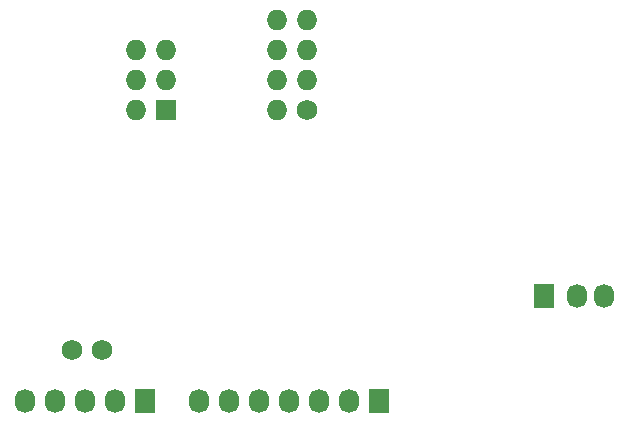
<source format=gbs>
%FSLAX46Y46*%
G04 Gerber Fmt 4.6, Leading zero omitted, Abs format (unit mm)*
G04 Created by KiCad (PCBNEW (2014-10-27 BZR 5228)-product) date 2/24/2015 8:35:32 PM*
%MOMM*%
G01*
G04 APERTURE LIST*
%ADD10C,0.100000*%
%ADD11C,1.750000*%
%ADD12R,1.727200X2.032000*%
%ADD13O,1.727200X2.032000*%
%ADD14R,1.727200X1.727200*%
%ADD15O,1.727200X1.727200*%
%ADD16C,1.727200*%
G04 APERTURE END LIST*
D10*
D11*
X8255000Y-30480000D03*
D12*
X48260000Y-25908000D03*
D13*
X51054000Y-25908000D03*
X53340000Y-25908000D03*
D12*
X14478000Y-34798000D03*
D13*
X11938000Y-34798000D03*
X9398000Y-34798000D03*
X6858000Y-34798000D03*
X4318000Y-34798000D03*
D12*
X34290000Y-34798000D03*
D13*
X31750000Y-34798000D03*
X29210000Y-34798000D03*
X26670000Y-34798000D03*
X24130000Y-34798000D03*
X21590000Y-34798000D03*
X19050000Y-34798000D03*
D14*
X16256000Y-10160000D03*
D15*
X13716000Y-10160000D03*
X16256000Y-7620000D03*
X13716000Y-7620000D03*
X16256000Y-5080000D03*
X13716000Y-5080000D03*
D16*
X28194000Y-10160000D03*
D15*
X25654000Y-10160000D03*
X28194000Y-7620000D03*
X25654000Y-7620000D03*
X28194000Y-5080000D03*
X25654000Y-5080000D03*
X28194000Y-2540000D03*
X25654000Y-2540000D03*
D11*
X10795000Y-30480000D03*
M02*

</source>
